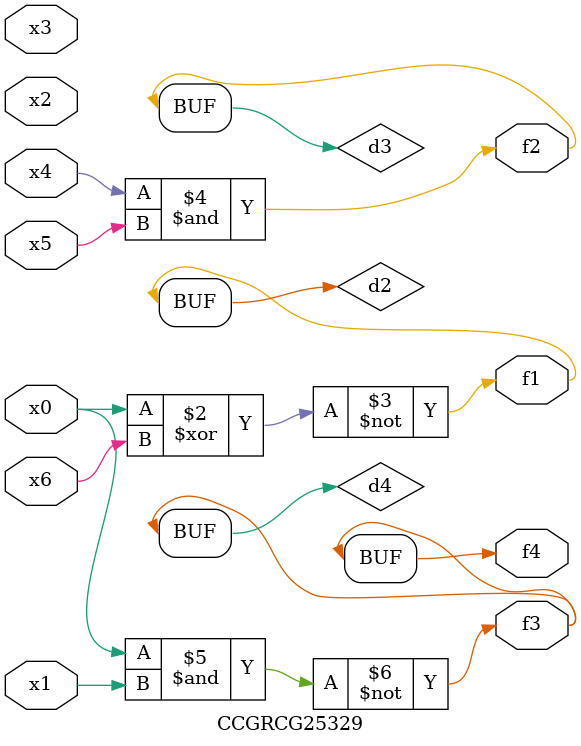
<source format=v>
module CCGRCG25329(
	input x0, x1, x2, x3, x4, x5, x6,
	output f1, f2, f3, f4
);

	wire d1, d2, d3, d4;

	nor (d1, x0);
	xnor (d2, x0, x6);
	and (d3, x4, x5);
	nand (d4, x0, x1);
	assign f1 = d2;
	assign f2 = d3;
	assign f3 = d4;
	assign f4 = d4;
endmodule

</source>
